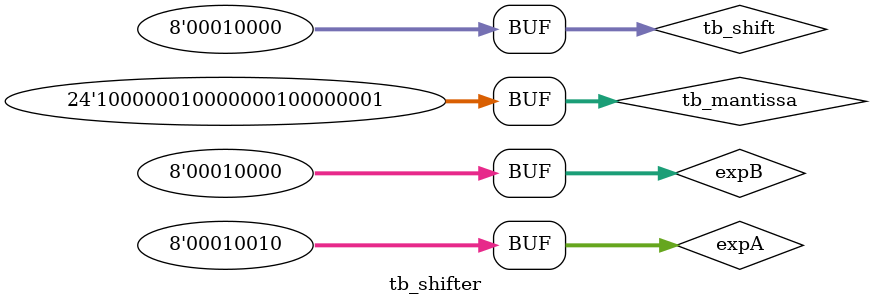
<source format=sv>
`timescale 1ns / 10ps
module tb_shifter();

localparam NUM_SHIFT_BITS = 8;
localparam SHIFT_DIR = 1;
localparam DELAY = 5;

reg [23:0] tb_mantissa;
reg [NUM_SHIFT_BITS - 1 : 0] tb_shift;
reg [23:0] tb_shifted;
reg [7:0] exp_diff, expA, expB;
reg [2:0] guard_bits;

shifter #(.SHIFT_MODE(1)) shift
  (
   .guard_bits_in('0),
   .guard_bits_out(guard_bits),
   .shift_dir(1'b1),
   .eop(1'b1),
   .ovf(1'b0),
   .mantissa(tb_mantissa),
   .mant_shift(tb_shift),
   .shifted_mantissa(tb_shifted)
  );
  
//exp_diff  EDIFF(.Ea(expA), .Eb(expB), .Ediff(exp_diff));
  
initial begin

  tb_mantissa = 24'h810101;
  expA = 8'h12;
  expB = 8'h10; 
  tb_shift = 8'b00010000;
  #(DELAY);
  
  
end

endmodule
  
</source>
